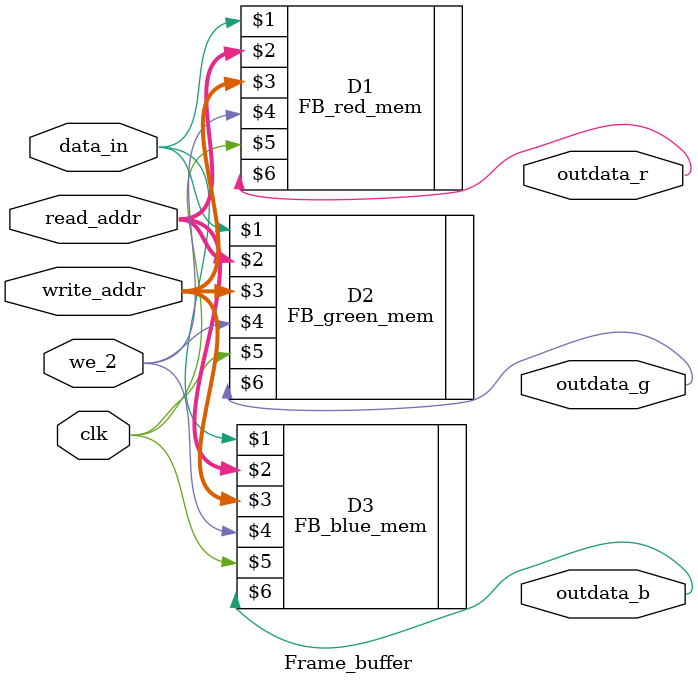
<source format=v>

module Frame_buffer (clk, we_2, read_addr, write_addr, data_in, outdata_r, outdata_g, outdata_b);
input   clk, we_2, data_in ;
input   [19:0] read_addr, write_addr;
output  outdata_r, outdata_g, outdata_b;

FB_red_mem   D1 (data_in, read_addr, write_addr, we_2, clk, outdata_r );
FB_green_mem D2 (data_in, read_addr, write_addr, we_2, clk, outdata_g );
FB_blue_mem  D3 (data_in, read_addr, write_addr, we_2, clk, outdata_b );

endmodule 
</source>
